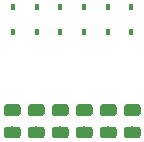
<source format=gbr>
G04 #@! TF.GenerationSoftware,KiCad,Pcbnew,(5.1.4-0)*
G04 #@! TF.CreationDate,2021-02-17T16:02:49+01:00*
G04 #@! TF.ProjectId,cooling control unit,636f6f6c-696e-4672-9063-6f6e74726f6c,rev?*
G04 #@! TF.SameCoordinates,Original*
G04 #@! TF.FileFunction,Paste,Bot*
G04 #@! TF.FilePolarity,Positive*
%FSLAX46Y46*%
G04 Gerber Fmt 4.6, Leading zero omitted, Abs format (unit mm)*
G04 Created by KiCad (PCBNEW (5.1.4-0)) date 2021-02-17 16:02:49*
%MOMM*%
%LPD*%
G04 APERTURE LIST*
%ADD10C,0.100000*%
%ADD11C,0.975000*%
%ADD12R,0.450000X0.600000*%
G04 APERTURE END LIST*
D10*
G36*
X111097142Y-122528174D02*
G01*
X111120803Y-122531684D01*
X111144007Y-122537496D01*
X111166529Y-122545554D01*
X111188153Y-122555782D01*
X111208670Y-122568079D01*
X111227883Y-122582329D01*
X111245607Y-122598393D01*
X111261671Y-122616117D01*
X111275921Y-122635330D01*
X111288218Y-122655847D01*
X111298446Y-122677471D01*
X111306504Y-122699993D01*
X111312316Y-122723197D01*
X111315826Y-122746858D01*
X111317000Y-122770750D01*
X111317000Y-123258250D01*
X111315826Y-123282142D01*
X111312316Y-123305803D01*
X111306504Y-123329007D01*
X111298446Y-123351529D01*
X111288218Y-123373153D01*
X111275921Y-123393670D01*
X111261671Y-123412883D01*
X111245607Y-123430607D01*
X111227883Y-123446671D01*
X111208670Y-123460921D01*
X111188153Y-123473218D01*
X111166529Y-123483446D01*
X111144007Y-123491504D01*
X111120803Y-123497316D01*
X111097142Y-123500826D01*
X111073250Y-123502000D01*
X110160750Y-123502000D01*
X110136858Y-123500826D01*
X110113197Y-123497316D01*
X110089993Y-123491504D01*
X110067471Y-123483446D01*
X110045847Y-123473218D01*
X110025330Y-123460921D01*
X110006117Y-123446671D01*
X109988393Y-123430607D01*
X109972329Y-123412883D01*
X109958079Y-123393670D01*
X109945782Y-123373153D01*
X109935554Y-123351529D01*
X109927496Y-123329007D01*
X109921684Y-123305803D01*
X109918174Y-123282142D01*
X109917000Y-123258250D01*
X109917000Y-122770750D01*
X109918174Y-122746858D01*
X109921684Y-122723197D01*
X109927496Y-122699993D01*
X109935554Y-122677471D01*
X109945782Y-122655847D01*
X109958079Y-122635330D01*
X109972329Y-122616117D01*
X109988393Y-122598393D01*
X110006117Y-122582329D01*
X110025330Y-122568079D01*
X110045847Y-122555782D01*
X110067471Y-122545554D01*
X110089993Y-122537496D01*
X110113197Y-122531684D01*
X110136858Y-122528174D01*
X110160750Y-122527000D01*
X111073250Y-122527000D01*
X111097142Y-122528174D01*
X111097142Y-122528174D01*
G37*
D11*
X110617000Y-123014500D03*
D10*
G36*
X111097142Y-124403174D02*
G01*
X111120803Y-124406684D01*
X111144007Y-124412496D01*
X111166529Y-124420554D01*
X111188153Y-124430782D01*
X111208670Y-124443079D01*
X111227883Y-124457329D01*
X111245607Y-124473393D01*
X111261671Y-124491117D01*
X111275921Y-124510330D01*
X111288218Y-124530847D01*
X111298446Y-124552471D01*
X111306504Y-124574993D01*
X111312316Y-124598197D01*
X111315826Y-124621858D01*
X111317000Y-124645750D01*
X111317000Y-125133250D01*
X111315826Y-125157142D01*
X111312316Y-125180803D01*
X111306504Y-125204007D01*
X111298446Y-125226529D01*
X111288218Y-125248153D01*
X111275921Y-125268670D01*
X111261671Y-125287883D01*
X111245607Y-125305607D01*
X111227883Y-125321671D01*
X111208670Y-125335921D01*
X111188153Y-125348218D01*
X111166529Y-125358446D01*
X111144007Y-125366504D01*
X111120803Y-125372316D01*
X111097142Y-125375826D01*
X111073250Y-125377000D01*
X110160750Y-125377000D01*
X110136858Y-125375826D01*
X110113197Y-125372316D01*
X110089993Y-125366504D01*
X110067471Y-125358446D01*
X110045847Y-125348218D01*
X110025330Y-125335921D01*
X110006117Y-125321671D01*
X109988393Y-125305607D01*
X109972329Y-125287883D01*
X109958079Y-125268670D01*
X109945782Y-125248153D01*
X109935554Y-125226529D01*
X109927496Y-125204007D01*
X109921684Y-125180803D01*
X109918174Y-125157142D01*
X109917000Y-125133250D01*
X109917000Y-124645750D01*
X109918174Y-124621858D01*
X109921684Y-124598197D01*
X109927496Y-124574993D01*
X109935554Y-124552471D01*
X109945782Y-124530847D01*
X109958079Y-124510330D01*
X109972329Y-124491117D01*
X109988393Y-124473393D01*
X110006117Y-124457329D01*
X110025330Y-124443079D01*
X110045847Y-124430782D01*
X110067471Y-124420554D01*
X110089993Y-124412496D01*
X110113197Y-124406684D01*
X110136858Y-124403174D01*
X110160750Y-124402000D01*
X111073250Y-124402000D01*
X111097142Y-124403174D01*
X111097142Y-124403174D01*
G37*
D11*
X110617000Y-124889500D03*
D10*
G36*
X113129142Y-122528174D02*
G01*
X113152803Y-122531684D01*
X113176007Y-122537496D01*
X113198529Y-122545554D01*
X113220153Y-122555782D01*
X113240670Y-122568079D01*
X113259883Y-122582329D01*
X113277607Y-122598393D01*
X113293671Y-122616117D01*
X113307921Y-122635330D01*
X113320218Y-122655847D01*
X113330446Y-122677471D01*
X113338504Y-122699993D01*
X113344316Y-122723197D01*
X113347826Y-122746858D01*
X113349000Y-122770750D01*
X113349000Y-123258250D01*
X113347826Y-123282142D01*
X113344316Y-123305803D01*
X113338504Y-123329007D01*
X113330446Y-123351529D01*
X113320218Y-123373153D01*
X113307921Y-123393670D01*
X113293671Y-123412883D01*
X113277607Y-123430607D01*
X113259883Y-123446671D01*
X113240670Y-123460921D01*
X113220153Y-123473218D01*
X113198529Y-123483446D01*
X113176007Y-123491504D01*
X113152803Y-123497316D01*
X113129142Y-123500826D01*
X113105250Y-123502000D01*
X112192750Y-123502000D01*
X112168858Y-123500826D01*
X112145197Y-123497316D01*
X112121993Y-123491504D01*
X112099471Y-123483446D01*
X112077847Y-123473218D01*
X112057330Y-123460921D01*
X112038117Y-123446671D01*
X112020393Y-123430607D01*
X112004329Y-123412883D01*
X111990079Y-123393670D01*
X111977782Y-123373153D01*
X111967554Y-123351529D01*
X111959496Y-123329007D01*
X111953684Y-123305803D01*
X111950174Y-123282142D01*
X111949000Y-123258250D01*
X111949000Y-122770750D01*
X111950174Y-122746858D01*
X111953684Y-122723197D01*
X111959496Y-122699993D01*
X111967554Y-122677471D01*
X111977782Y-122655847D01*
X111990079Y-122635330D01*
X112004329Y-122616117D01*
X112020393Y-122598393D01*
X112038117Y-122582329D01*
X112057330Y-122568079D01*
X112077847Y-122555782D01*
X112099471Y-122545554D01*
X112121993Y-122537496D01*
X112145197Y-122531684D01*
X112168858Y-122528174D01*
X112192750Y-122527000D01*
X113105250Y-122527000D01*
X113129142Y-122528174D01*
X113129142Y-122528174D01*
G37*
D11*
X112649000Y-123014500D03*
D10*
G36*
X113129142Y-124403174D02*
G01*
X113152803Y-124406684D01*
X113176007Y-124412496D01*
X113198529Y-124420554D01*
X113220153Y-124430782D01*
X113240670Y-124443079D01*
X113259883Y-124457329D01*
X113277607Y-124473393D01*
X113293671Y-124491117D01*
X113307921Y-124510330D01*
X113320218Y-124530847D01*
X113330446Y-124552471D01*
X113338504Y-124574993D01*
X113344316Y-124598197D01*
X113347826Y-124621858D01*
X113349000Y-124645750D01*
X113349000Y-125133250D01*
X113347826Y-125157142D01*
X113344316Y-125180803D01*
X113338504Y-125204007D01*
X113330446Y-125226529D01*
X113320218Y-125248153D01*
X113307921Y-125268670D01*
X113293671Y-125287883D01*
X113277607Y-125305607D01*
X113259883Y-125321671D01*
X113240670Y-125335921D01*
X113220153Y-125348218D01*
X113198529Y-125358446D01*
X113176007Y-125366504D01*
X113152803Y-125372316D01*
X113129142Y-125375826D01*
X113105250Y-125377000D01*
X112192750Y-125377000D01*
X112168858Y-125375826D01*
X112145197Y-125372316D01*
X112121993Y-125366504D01*
X112099471Y-125358446D01*
X112077847Y-125348218D01*
X112057330Y-125335921D01*
X112038117Y-125321671D01*
X112020393Y-125305607D01*
X112004329Y-125287883D01*
X111990079Y-125268670D01*
X111977782Y-125248153D01*
X111967554Y-125226529D01*
X111959496Y-125204007D01*
X111953684Y-125180803D01*
X111950174Y-125157142D01*
X111949000Y-125133250D01*
X111949000Y-124645750D01*
X111950174Y-124621858D01*
X111953684Y-124598197D01*
X111959496Y-124574993D01*
X111967554Y-124552471D01*
X111977782Y-124530847D01*
X111990079Y-124510330D01*
X112004329Y-124491117D01*
X112020393Y-124473393D01*
X112038117Y-124457329D01*
X112057330Y-124443079D01*
X112077847Y-124430782D01*
X112099471Y-124420554D01*
X112121993Y-124412496D01*
X112145197Y-124406684D01*
X112168858Y-124403174D01*
X112192750Y-124402000D01*
X113105250Y-124402000D01*
X113129142Y-124403174D01*
X113129142Y-124403174D01*
G37*
D11*
X112649000Y-124889500D03*
D10*
G36*
X115161142Y-122528174D02*
G01*
X115184803Y-122531684D01*
X115208007Y-122537496D01*
X115230529Y-122545554D01*
X115252153Y-122555782D01*
X115272670Y-122568079D01*
X115291883Y-122582329D01*
X115309607Y-122598393D01*
X115325671Y-122616117D01*
X115339921Y-122635330D01*
X115352218Y-122655847D01*
X115362446Y-122677471D01*
X115370504Y-122699993D01*
X115376316Y-122723197D01*
X115379826Y-122746858D01*
X115381000Y-122770750D01*
X115381000Y-123258250D01*
X115379826Y-123282142D01*
X115376316Y-123305803D01*
X115370504Y-123329007D01*
X115362446Y-123351529D01*
X115352218Y-123373153D01*
X115339921Y-123393670D01*
X115325671Y-123412883D01*
X115309607Y-123430607D01*
X115291883Y-123446671D01*
X115272670Y-123460921D01*
X115252153Y-123473218D01*
X115230529Y-123483446D01*
X115208007Y-123491504D01*
X115184803Y-123497316D01*
X115161142Y-123500826D01*
X115137250Y-123502000D01*
X114224750Y-123502000D01*
X114200858Y-123500826D01*
X114177197Y-123497316D01*
X114153993Y-123491504D01*
X114131471Y-123483446D01*
X114109847Y-123473218D01*
X114089330Y-123460921D01*
X114070117Y-123446671D01*
X114052393Y-123430607D01*
X114036329Y-123412883D01*
X114022079Y-123393670D01*
X114009782Y-123373153D01*
X113999554Y-123351529D01*
X113991496Y-123329007D01*
X113985684Y-123305803D01*
X113982174Y-123282142D01*
X113981000Y-123258250D01*
X113981000Y-122770750D01*
X113982174Y-122746858D01*
X113985684Y-122723197D01*
X113991496Y-122699993D01*
X113999554Y-122677471D01*
X114009782Y-122655847D01*
X114022079Y-122635330D01*
X114036329Y-122616117D01*
X114052393Y-122598393D01*
X114070117Y-122582329D01*
X114089330Y-122568079D01*
X114109847Y-122555782D01*
X114131471Y-122545554D01*
X114153993Y-122537496D01*
X114177197Y-122531684D01*
X114200858Y-122528174D01*
X114224750Y-122527000D01*
X115137250Y-122527000D01*
X115161142Y-122528174D01*
X115161142Y-122528174D01*
G37*
D11*
X114681000Y-123014500D03*
D10*
G36*
X115161142Y-124403174D02*
G01*
X115184803Y-124406684D01*
X115208007Y-124412496D01*
X115230529Y-124420554D01*
X115252153Y-124430782D01*
X115272670Y-124443079D01*
X115291883Y-124457329D01*
X115309607Y-124473393D01*
X115325671Y-124491117D01*
X115339921Y-124510330D01*
X115352218Y-124530847D01*
X115362446Y-124552471D01*
X115370504Y-124574993D01*
X115376316Y-124598197D01*
X115379826Y-124621858D01*
X115381000Y-124645750D01*
X115381000Y-125133250D01*
X115379826Y-125157142D01*
X115376316Y-125180803D01*
X115370504Y-125204007D01*
X115362446Y-125226529D01*
X115352218Y-125248153D01*
X115339921Y-125268670D01*
X115325671Y-125287883D01*
X115309607Y-125305607D01*
X115291883Y-125321671D01*
X115272670Y-125335921D01*
X115252153Y-125348218D01*
X115230529Y-125358446D01*
X115208007Y-125366504D01*
X115184803Y-125372316D01*
X115161142Y-125375826D01*
X115137250Y-125377000D01*
X114224750Y-125377000D01*
X114200858Y-125375826D01*
X114177197Y-125372316D01*
X114153993Y-125366504D01*
X114131471Y-125358446D01*
X114109847Y-125348218D01*
X114089330Y-125335921D01*
X114070117Y-125321671D01*
X114052393Y-125305607D01*
X114036329Y-125287883D01*
X114022079Y-125268670D01*
X114009782Y-125248153D01*
X113999554Y-125226529D01*
X113991496Y-125204007D01*
X113985684Y-125180803D01*
X113982174Y-125157142D01*
X113981000Y-125133250D01*
X113981000Y-124645750D01*
X113982174Y-124621858D01*
X113985684Y-124598197D01*
X113991496Y-124574993D01*
X113999554Y-124552471D01*
X114009782Y-124530847D01*
X114022079Y-124510330D01*
X114036329Y-124491117D01*
X114052393Y-124473393D01*
X114070117Y-124457329D01*
X114089330Y-124443079D01*
X114109847Y-124430782D01*
X114131471Y-124420554D01*
X114153993Y-124412496D01*
X114177197Y-124406684D01*
X114200858Y-124403174D01*
X114224750Y-124402000D01*
X115137250Y-124402000D01*
X115161142Y-124403174D01*
X115161142Y-124403174D01*
G37*
D11*
X114681000Y-124889500D03*
D10*
G36*
X117193142Y-122528174D02*
G01*
X117216803Y-122531684D01*
X117240007Y-122537496D01*
X117262529Y-122545554D01*
X117284153Y-122555782D01*
X117304670Y-122568079D01*
X117323883Y-122582329D01*
X117341607Y-122598393D01*
X117357671Y-122616117D01*
X117371921Y-122635330D01*
X117384218Y-122655847D01*
X117394446Y-122677471D01*
X117402504Y-122699993D01*
X117408316Y-122723197D01*
X117411826Y-122746858D01*
X117413000Y-122770750D01*
X117413000Y-123258250D01*
X117411826Y-123282142D01*
X117408316Y-123305803D01*
X117402504Y-123329007D01*
X117394446Y-123351529D01*
X117384218Y-123373153D01*
X117371921Y-123393670D01*
X117357671Y-123412883D01*
X117341607Y-123430607D01*
X117323883Y-123446671D01*
X117304670Y-123460921D01*
X117284153Y-123473218D01*
X117262529Y-123483446D01*
X117240007Y-123491504D01*
X117216803Y-123497316D01*
X117193142Y-123500826D01*
X117169250Y-123502000D01*
X116256750Y-123502000D01*
X116232858Y-123500826D01*
X116209197Y-123497316D01*
X116185993Y-123491504D01*
X116163471Y-123483446D01*
X116141847Y-123473218D01*
X116121330Y-123460921D01*
X116102117Y-123446671D01*
X116084393Y-123430607D01*
X116068329Y-123412883D01*
X116054079Y-123393670D01*
X116041782Y-123373153D01*
X116031554Y-123351529D01*
X116023496Y-123329007D01*
X116017684Y-123305803D01*
X116014174Y-123282142D01*
X116013000Y-123258250D01*
X116013000Y-122770750D01*
X116014174Y-122746858D01*
X116017684Y-122723197D01*
X116023496Y-122699993D01*
X116031554Y-122677471D01*
X116041782Y-122655847D01*
X116054079Y-122635330D01*
X116068329Y-122616117D01*
X116084393Y-122598393D01*
X116102117Y-122582329D01*
X116121330Y-122568079D01*
X116141847Y-122555782D01*
X116163471Y-122545554D01*
X116185993Y-122537496D01*
X116209197Y-122531684D01*
X116232858Y-122528174D01*
X116256750Y-122527000D01*
X117169250Y-122527000D01*
X117193142Y-122528174D01*
X117193142Y-122528174D01*
G37*
D11*
X116713000Y-123014500D03*
D10*
G36*
X117193142Y-124403174D02*
G01*
X117216803Y-124406684D01*
X117240007Y-124412496D01*
X117262529Y-124420554D01*
X117284153Y-124430782D01*
X117304670Y-124443079D01*
X117323883Y-124457329D01*
X117341607Y-124473393D01*
X117357671Y-124491117D01*
X117371921Y-124510330D01*
X117384218Y-124530847D01*
X117394446Y-124552471D01*
X117402504Y-124574993D01*
X117408316Y-124598197D01*
X117411826Y-124621858D01*
X117413000Y-124645750D01*
X117413000Y-125133250D01*
X117411826Y-125157142D01*
X117408316Y-125180803D01*
X117402504Y-125204007D01*
X117394446Y-125226529D01*
X117384218Y-125248153D01*
X117371921Y-125268670D01*
X117357671Y-125287883D01*
X117341607Y-125305607D01*
X117323883Y-125321671D01*
X117304670Y-125335921D01*
X117284153Y-125348218D01*
X117262529Y-125358446D01*
X117240007Y-125366504D01*
X117216803Y-125372316D01*
X117193142Y-125375826D01*
X117169250Y-125377000D01*
X116256750Y-125377000D01*
X116232858Y-125375826D01*
X116209197Y-125372316D01*
X116185993Y-125366504D01*
X116163471Y-125358446D01*
X116141847Y-125348218D01*
X116121330Y-125335921D01*
X116102117Y-125321671D01*
X116084393Y-125305607D01*
X116068329Y-125287883D01*
X116054079Y-125268670D01*
X116041782Y-125248153D01*
X116031554Y-125226529D01*
X116023496Y-125204007D01*
X116017684Y-125180803D01*
X116014174Y-125157142D01*
X116013000Y-125133250D01*
X116013000Y-124645750D01*
X116014174Y-124621858D01*
X116017684Y-124598197D01*
X116023496Y-124574993D01*
X116031554Y-124552471D01*
X116041782Y-124530847D01*
X116054079Y-124510330D01*
X116068329Y-124491117D01*
X116084393Y-124473393D01*
X116102117Y-124457329D01*
X116121330Y-124443079D01*
X116141847Y-124430782D01*
X116163471Y-124420554D01*
X116185993Y-124412496D01*
X116209197Y-124406684D01*
X116232858Y-124403174D01*
X116256750Y-124402000D01*
X117169250Y-124402000D01*
X117193142Y-124403174D01*
X117193142Y-124403174D01*
G37*
D11*
X116713000Y-124889500D03*
D10*
G36*
X119225142Y-122528174D02*
G01*
X119248803Y-122531684D01*
X119272007Y-122537496D01*
X119294529Y-122545554D01*
X119316153Y-122555782D01*
X119336670Y-122568079D01*
X119355883Y-122582329D01*
X119373607Y-122598393D01*
X119389671Y-122616117D01*
X119403921Y-122635330D01*
X119416218Y-122655847D01*
X119426446Y-122677471D01*
X119434504Y-122699993D01*
X119440316Y-122723197D01*
X119443826Y-122746858D01*
X119445000Y-122770750D01*
X119445000Y-123258250D01*
X119443826Y-123282142D01*
X119440316Y-123305803D01*
X119434504Y-123329007D01*
X119426446Y-123351529D01*
X119416218Y-123373153D01*
X119403921Y-123393670D01*
X119389671Y-123412883D01*
X119373607Y-123430607D01*
X119355883Y-123446671D01*
X119336670Y-123460921D01*
X119316153Y-123473218D01*
X119294529Y-123483446D01*
X119272007Y-123491504D01*
X119248803Y-123497316D01*
X119225142Y-123500826D01*
X119201250Y-123502000D01*
X118288750Y-123502000D01*
X118264858Y-123500826D01*
X118241197Y-123497316D01*
X118217993Y-123491504D01*
X118195471Y-123483446D01*
X118173847Y-123473218D01*
X118153330Y-123460921D01*
X118134117Y-123446671D01*
X118116393Y-123430607D01*
X118100329Y-123412883D01*
X118086079Y-123393670D01*
X118073782Y-123373153D01*
X118063554Y-123351529D01*
X118055496Y-123329007D01*
X118049684Y-123305803D01*
X118046174Y-123282142D01*
X118045000Y-123258250D01*
X118045000Y-122770750D01*
X118046174Y-122746858D01*
X118049684Y-122723197D01*
X118055496Y-122699993D01*
X118063554Y-122677471D01*
X118073782Y-122655847D01*
X118086079Y-122635330D01*
X118100329Y-122616117D01*
X118116393Y-122598393D01*
X118134117Y-122582329D01*
X118153330Y-122568079D01*
X118173847Y-122555782D01*
X118195471Y-122545554D01*
X118217993Y-122537496D01*
X118241197Y-122531684D01*
X118264858Y-122528174D01*
X118288750Y-122527000D01*
X119201250Y-122527000D01*
X119225142Y-122528174D01*
X119225142Y-122528174D01*
G37*
D11*
X118745000Y-123014500D03*
D10*
G36*
X119225142Y-124403174D02*
G01*
X119248803Y-124406684D01*
X119272007Y-124412496D01*
X119294529Y-124420554D01*
X119316153Y-124430782D01*
X119336670Y-124443079D01*
X119355883Y-124457329D01*
X119373607Y-124473393D01*
X119389671Y-124491117D01*
X119403921Y-124510330D01*
X119416218Y-124530847D01*
X119426446Y-124552471D01*
X119434504Y-124574993D01*
X119440316Y-124598197D01*
X119443826Y-124621858D01*
X119445000Y-124645750D01*
X119445000Y-125133250D01*
X119443826Y-125157142D01*
X119440316Y-125180803D01*
X119434504Y-125204007D01*
X119426446Y-125226529D01*
X119416218Y-125248153D01*
X119403921Y-125268670D01*
X119389671Y-125287883D01*
X119373607Y-125305607D01*
X119355883Y-125321671D01*
X119336670Y-125335921D01*
X119316153Y-125348218D01*
X119294529Y-125358446D01*
X119272007Y-125366504D01*
X119248803Y-125372316D01*
X119225142Y-125375826D01*
X119201250Y-125377000D01*
X118288750Y-125377000D01*
X118264858Y-125375826D01*
X118241197Y-125372316D01*
X118217993Y-125366504D01*
X118195471Y-125358446D01*
X118173847Y-125348218D01*
X118153330Y-125335921D01*
X118134117Y-125321671D01*
X118116393Y-125305607D01*
X118100329Y-125287883D01*
X118086079Y-125268670D01*
X118073782Y-125248153D01*
X118063554Y-125226529D01*
X118055496Y-125204007D01*
X118049684Y-125180803D01*
X118046174Y-125157142D01*
X118045000Y-125133250D01*
X118045000Y-124645750D01*
X118046174Y-124621858D01*
X118049684Y-124598197D01*
X118055496Y-124574993D01*
X118063554Y-124552471D01*
X118073782Y-124530847D01*
X118086079Y-124510330D01*
X118100329Y-124491117D01*
X118116393Y-124473393D01*
X118134117Y-124457329D01*
X118153330Y-124443079D01*
X118173847Y-124430782D01*
X118195471Y-124420554D01*
X118217993Y-124412496D01*
X118241197Y-124406684D01*
X118264858Y-124403174D01*
X118288750Y-124402000D01*
X119201250Y-124402000D01*
X119225142Y-124403174D01*
X119225142Y-124403174D01*
G37*
D11*
X118745000Y-124889500D03*
D10*
G36*
X121257142Y-122528174D02*
G01*
X121280803Y-122531684D01*
X121304007Y-122537496D01*
X121326529Y-122545554D01*
X121348153Y-122555782D01*
X121368670Y-122568079D01*
X121387883Y-122582329D01*
X121405607Y-122598393D01*
X121421671Y-122616117D01*
X121435921Y-122635330D01*
X121448218Y-122655847D01*
X121458446Y-122677471D01*
X121466504Y-122699993D01*
X121472316Y-122723197D01*
X121475826Y-122746858D01*
X121477000Y-122770750D01*
X121477000Y-123258250D01*
X121475826Y-123282142D01*
X121472316Y-123305803D01*
X121466504Y-123329007D01*
X121458446Y-123351529D01*
X121448218Y-123373153D01*
X121435921Y-123393670D01*
X121421671Y-123412883D01*
X121405607Y-123430607D01*
X121387883Y-123446671D01*
X121368670Y-123460921D01*
X121348153Y-123473218D01*
X121326529Y-123483446D01*
X121304007Y-123491504D01*
X121280803Y-123497316D01*
X121257142Y-123500826D01*
X121233250Y-123502000D01*
X120320750Y-123502000D01*
X120296858Y-123500826D01*
X120273197Y-123497316D01*
X120249993Y-123491504D01*
X120227471Y-123483446D01*
X120205847Y-123473218D01*
X120185330Y-123460921D01*
X120166117Y-123446671D01*
X120148393Y-123430607D01*
X120132329Y-123412883D01*
X120118079Y-123393670D01*
X120105782Y-123373153D01*
X120095554Y-123351529D01*
X120087496Y-123329007D01*
X120081684Y-123305803D01*
X120078174Y-123282142D01*
X120077000Y-123258250D01*
X120077000Y-122770750D01*
X120078174Y-122746858D01*
X120081684Y-122723197D01*
X120087496Y-122699993D01*
X120095554Y-122677471D01*
X120105782Y-122655847D01*
X120118079Y-122635330D01*
X120132329Y-122616117D01*
X120148393Y-122598393D01*
X120166117Y-122582329D01*
X120185330Y-122568079D01*
X120205847Y-122555782D01*
X120227471Y-122545554D01*
X120249993Y-122537496D01*
X120273197Y-122531684D01*
X120296858Y-122528174D01*
X120320750Y-122527000D01*
X121233250Y-122527000D01*
X121257142Y-122528174D01*
X121257142Y-122528174D01*
G37*
D11*
X120777000Y-123014500D03*
D10*
G36*
X121257142Y-124403174D02*
G01*
X121280803Y-124406684D01*
X121304007Y-124412496D01*
X121326529Y-124420554D01*
X121348153Y-124430782D01*
X121368670Y-124443079D01*
X121387883Y-124457329D01*
X121405607Y-124473393D01*
X121421671Y-124491117D01*
X121435921Y-124510330D01*
X121448218Y-124530847D01*
X121458446Y-124552471D01*
X121466504Y-124574993D01*
X121472316Y-124598197D01*
X121475826Y-124621858D01*
X121477000Y-124645750D01*
X121477000Y-125133250D01*
X121475826Y-125157142D01*
X121472316Y-125180803D01*
X121466504Y-125204007D01*
X121458446Y-125226529D01*
X121448218Y-125248153D01*
X121435921Y-125268670D01*
X121421671Y-125287883D01*
X121405607Y-125305607D01*
X121387883Y-125321671D01*
X121368670Y-125335921D01*
X121348153Y-125348218D01*
X121326529Y-125358446D01*
X121304007Y-125366504D01*
X121280803Y-125372316D01*
X121257142Y-125375826D01*
X121233250Y-125377000D01*
X120320750Y-125377000D01*
X120296858Y-125375826D01*
X120273197Y-125372316D01*
X120249993Y-125366504D01*
X120227471Y-125358446D01*
X120205847Y-125348218D01*
X120185330Y-125335921D01*
X120166117Y-125321671D01*
X120148393Y-125305607D01*
X120132329Y-125287883D01*
X120118079Y-125268670D01*
X120105782Y-125248153D01*
X120095554Y-125226529D01*
X120087496Y-125204007D01*
X120081684Y-125180803D01*
X120078174Y-125157142D01*
X120077000Y-125133250D01*
X120077000Y-124645750D01*
X120078174Y-124621858D01*
X120081684Y-124598197D01*
X120087496Y-124574993D01*
X120095554Y-124552471D01*
X120105782Y-124530847D01*
X120118079Y-124510330D01*
X120132329Y-124491117D01*
X120148393Y-124473393D01*
X120166117Y-124457329D01*
X120185330Y-124443079D01*
X120205847Y-124430782D01*
X120227471Y-124420554D01*
X120249993Y-124412496D01*
X120273197Y-124406684D01*
X120296858Y-124403174D01*
X120320750Y-124402000D01*
X121233250Y-124402000D01*
X121257142Y-124403174D01*
X121257142Y-124403174D01*
G37*
D11*
X120777000Y-124889500D03*
D12*
X114665760Y-116376160D03*
X114665760Y-114276160D03*
X110642400Y-116376160D03*
X110642400Y-114276160D03*
X112689640Y-116376160D03*
X112689640Y-114276160D03*
X116674392Y-116376160D03*
X116674392Y-114276160D03*
X118685056Y-116376160D03*
X118685056Y-114276160D03*
X120695720Y-116376160D03*
X120695720Y-114276160D03*
M02*

</source>
